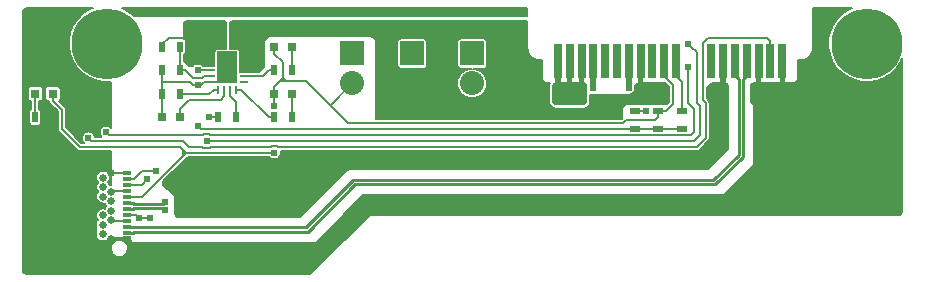
<source format=gtl>
G04 #@! TF.FileFunction,Copper,L1,Top,Signal*
%FSLAX46Y46*%
G04 Gerber Fmt 4.6, Leading zero omitted, Abs format (unit mm)*
G04 Created by KiCad (PCBNEW 4.0.7) date Thursday, January 18, 2018 'PMt' 01:36:02 PM*
%MOMM*%
%LPD*%
G01*
G04 APERTURE LIST*
%ADD10C,0.100000*%
%ADD11R,0.800000X0.750000*%
%ADD12R,0.797560X0.797560*%
%ADD13R,2.032000X2.032000*%
%ADD14O,2.032000X2.032000*%
%ADD15R,0.900000X0.500000*%
%ADD16R,0.500000X0.900000*%
%ADD17R,0.700000X0.250000*%
%ADD18R,0.250000X0.700000*%
%ADD19R,0.825000X1.325000*%
%ADD20C,6.000000*%
%ADD21C,1.204800*%
%ADD22R,0.700000X0.300000*%
%ADD23C,0.672800*%
%ADD24R,0.700000X3.000000*%
%ADD25C,0.609600*%
%ADD26C,0.203200*%
%ADD27C,0.500000*%
%ADD28C,0.236000*%
G04 APERTURE END LIST*
D10*
D11*
X13750000Y13750000D03*
X12250000Y13750000D03*
D12*
X2999300Y15750000D03*
X1500700Y15750000D03*
X21750700Y15750000D03*
X23249300Y15750000D03*
X21750700Y19750000D03*
X23249300Y19750000D03*
D13*
X38490000Y19160000D03*
D14*
X38490000Y16620000D03*
D13*
X33410000Y19160000D03*
D14*
X33410000Y16620000D03*
D13*
X28330000Y19160000D03*
D14*
X28330000Y16620000D03*
D15*
X54250000Y14250000D03*
X54250000Y12750000D03*
X52250000Y12750000D03*
X52250000Y14250000D03*
X56250000Y14250000D03*
X56250000Y12750000D03*
D16*
X1500000Y13750000D03*
X3000000Y13750000D03*
X12250000Y19750000D03*
X13750000Y19750000D03*
X13750000Y17750000D03*
X12250000Y17750000D03*
X13750000Y15750000D03*
X12250000Y15750000D03*
X23250000Y13750000D03*
X21750000Y13750000D03*
X18500000Y13750000D03*
X17000000Y13750000D03*
X23250000Y17750000D03*
X21750000Y17750000D03*
D17*
X19150000Y16750000D03*
X19150000Y17250000D03*
X19150000Y17750000D03*
X19150000Y18250000D03*
X19150000Y18750000D03*
X19150000Y19250000D03*
D18*
X18500000Y19900000D03*
X18000000Y19900000D03*
X17500000Y19900000D03*
X17000000Y19900000D03*
D17*
X16350000Y19250000D03*
X16350000Y18750000D03*
X16350000Y18250000D03*
X16350000Y17750000D03*
X16350000Y17250000D03*
X16350000Y16750000D03*
D18*
X17000000Y16100000D03*
X17500000Y16100000D03*
X18000000Y16100000D03*
X18500000Y16100000D03*
D19*
X17337500Y18662500D03*
X17337500Y17337500D03*
X18162500Y18662500D03*
X18162500Y17337500D03*
D20*
X71900000Y20000000D03*
X7600000Y20000000D03*
D21*
X7360000Y10380000D03*
D22*
X9270000Y9000000D03*
X9270000Y8500000D03*
X9270000Y8000000D03*
X9270000Y7500000D03*
X9270000Y7000000D03*
X9270000Y6500000D03*
X9270000Y6000000D03*
X9270000Y3500000D03*
X9270000Y4500000D03*
X9270000Y5000000D03*
X9270000Y5500000D03*
X9270000Y4000000D03*
D21*
X7360000Y2120000D03*
X1410000Y1760000D03*
X1410000Y10740000D03*
D23*
X7950000Y3450000D03*
X7250000Y3850000D03*
X7250000Y4650000D03*
X7250000Y5450000D03*
X7950000Y5050000D03*
X7950000Y5850000D03*
X7950000Y6650000D03*
X7950000Y7450000D03*
X7250000Y7050000D03*
X7250000Y7850000D03*
X7250000Y8650000D03*
X7950000Y9050000D03*
D24*
X46750000Y18500000D03*
X47750000Y18500000D03*
X48750000Y18500000D03*
X49750000Y18500000D03*
X50750000Y18500000D03*
X51750000Y18500000D03*
X52750000Y18500000D03*
X53750000Y18500000D03*
X54750000Y18500000D03*
X55750000Y18500000D03*
X58750000Y18500000D03*
X59750000Y18500000D03*
X60750000Y18500000D03*
X61750000Y18500000D03*
X62750000Y18500000D03*
X63750000Y18500000D03*
X45750000Y18500000D03*
X64750000Y18500000D03*
D25*
X750000Y2750000D03*
X750000Y4750000D03*
X750000Y6750000D03*
X750000Y8750000D03*
X69750000Y22750000D03*
X67750000Y22750000D03*
X750000Y12750000D03*
X750000Y14750000D03*
X750000Y16750000D03*
X750000Y18750000D03*
X750000Y20750000D03*
X1250000Y22750000D03*
X3250000Y22750000D03*
X41250000Y22750000D03*
X39250000Y22750000D03*
X37250000Y22750000D03*
X35250000Y22750000D03*
X33250000Y22750000D03*
X31250000Y22750000D03*
X29250000Y22750000D03*
X27250000Y22750000D03*
X25250000Y22750000D03*
X23250000Y22750000D03*
X21250000Y22750000D03*
X19250000Y22750000D03*
X17250000Y22750000D03*
X15250000Y22750000D03*
X13250000Y22750000D03*
X11250000Y22750000D03*
X14500000Y10000000D03*
X21250000Y10000000D03*
X19000000Y10000000D03*
X16750000Y10000000D03*
X48750000Y16250000D03*
X51750000Y16250000D03*
X16250000Y13750000D03*
X15250000Y16500000D03*
X18250000Y17000000D03*
X18250000Y18000000D03*
X18250000Y19000000D03*
X17250000Y19000000D03*
X17250000Y18000000D03*
X17250000Y17000000D03*
X64750000Y10750000D03*
X74500000Y16750000D03*
X74500000Y14750000D03*
X74500000Y12750000D03*
X74500000Y10750000D03*
X74500000Y8750000D03*
X74500000Y6750000D03*
X73750000Y6000000D03*
X71750000Y6000000D03*
X69750000Y6000000D03*
X67750000Y6000000D03*
X65750000Y6000000D03*
X63750000Y6000000D03*
X61750000Y6000000D03*
X59750000Y6000000D03*
X57750000Y6000000D03*
X55750000Y6000000D03*
X53750000Y6000000D03*
X51750000Y6000000D03*
X49750000Y6000000D03*
X47750000Y6000000D03*
X45750000Y6000000D03*
X43750000Y6000000D03*
X41750000Y6000000D03*
X39750000Y6000000D03*
X37750000Y6000000D03*
X35750000Y6000000D03*
X33750000Y6000000D03*
X31750000Y6000000D03*
X29750000Y6000000D03*
X28500000Y4750000D03*
X27250000Y3500000D03*
X26000000Y2250000D03*
X24750000Y1000000D03*
X23250000Y1000000D03*
X21250000Y1000000D03*
X19250000Y1000000D03*
X17250000Y1000000D03*
X15250000Y1000000D03*
X13250000Y1000000D03*
X11250000Y1000000D03*
X9250000Y1000000D03*
X7250000Y1000000D03*
X5250000Y1000000D03*
X3250000Y1000000D03*
X64750000Y15250000D03*
X64750000Y16250000D03*
X58750000Y15250000D03*
X58750000Y16250000D03*
X53250000Y14250000D03*
X62250000Y15250000D03*
X62250000Y16250000D03*
X21750000Y10750000D03*
X21750000Y14750000D03*
X11250000Y5250000D03*
X10250000Y5250000D03*
X45750000Y15250000D03*
X46750000Y15250000D03*
X47750000Y15250000D03*
X45750000Y16250000D03*
X46750000Y16250000D03*
X47750000Y16250000D03*
X14500000Y20500000D03*
X14500000Y21500000D03*
X15500000Y21500000D03*
X15500000Y20500000D03*
X16500000Y21500000D03*
X16500000Y20500000D03*
X7500000Y12500000D03*
X56750000Y18000000D03*
X11750000Y9250000D03*
X15250000Y13000000D03*
X15250000Y17750000D03*
X16000000Y11750000D03*
X11000000Y8500000D03*
X56750000Y20000000D03*
X12500000Y6618300D03*
X12500000Y5881700D03*
X54750000Y15250000D03*
X53750000Y15250000D03*
X54750000Y16250000D03*
X53750000Y16250000D03*
X6000000Y12000000D03*
D26*
X14500000Y15250000D02*
X13750000Y14500000D01*
X13750000Y14500000D02*
X13750000Y13750000D01*
X17203200Y15250000D02*
X14500000Y15250000D01*
X17500000Y16100000D02*
X17500000Y15546800D01*
X17500000Y15546800D02*
X17203200Y15250000D01*
X750000Y6750000D02*
X750000Y8750000D01*
X750000Y4750000D02*
X750000Y6750000D01*
X750000Y2750000D02*
X750000Y4750000D01*
X1410000Y1760000D02*
X1410000Y2090000D01*
X1410000Y2090000D02*
X750000Y2750000D01*
D27*
X51750000Y18500000D02*
X51750000Y16250000D01*
D26*
X67750000Y22750000D02*
X67750000Y16000000D01*
X67750000Y16000000D02*
X67000000Y15250000D01*
X67000000Y15250000D02*
X64750000Y15250000D01*
X69750000Y22750000D02*
X67750000Y22750000D01*
X750000Y12750000D02*
X3000000Y12750000D01*
X3000000Y12750000D02*
X3000000Y13750000D01*
X1250000Y22750000D02*
X3250000Y22750000D01*
X750000Y20750000D02*
X750000Y22250000D01*
X750000Y22250000D02*
X1250000Y22750000D01*
X750000Y18750000D02*
X750000Y20750000D01*
X750000Y16750000D02*
X750000Y18750000D01*
X750000Y14750000D02*
X750000Y16750000D01*
X750000Y12750000D02*
X750000Y14750000D01*
X39250000Y22750000D02*
X41250000Y22750000D01*
X37250000Y22750000D02*
X39250000Y22750000D01*
X35250000Y22750000D02*
X37250000Y22750000D01*
X33250000Y22750000D02*
X35250000Y22750000D01*
X31250000Y22750000D02*
X33250000Y22750000D01*
X29250000Y22750000D02*
X31250000Y22750000D01*
X27250000Y22750000D02*
X29250000Y22750000D01*
X25250000Y22750000D02*
X27250000Y22750000D01*
X23250000Y22750000D02*
X25250000Y22750000D01*
X21250000Y22750000D02*
X23250000Y22750000D01*
X19250000Y22750000D02*
X21250000Y22750000D01*
X17250000Y22750000D02*
X19250000Y22750000D01*
X15250000Y22750000D02*
X17250000Y22750000D01*
X13250000Y22750000D02*
X15250000Y22750000D01*
X11250000Y22750000D02*
X13250000Y22750000D01*
X16750000Y10000000D02*
X14500000Y10000000D01*
X19000000Y10000000D02*
X16750000Y10000000D01*
X21250000Y10000000D02*
X19000000Y10000000D01*
D27*
X48750000Y18500000D02*
X48750000Y16250000D01*
D26*
X17000000Y13750000D02*
X16250000Y13750000D01*
X9270000Y3500000D02*
X8000000Y3500000D01*
X8000000Y3500000D02*
X7950000Y3450000D01*
X9270000Y9000000D02*
X8000000Y9000000D01*
X8000000Y9000000D02*
X7950000Y9050000D01*
X14568948Y16750000D02*
X12250000Y16750000D01*
X12250000Y15750000D02*
X12250000Y13750000D01*
X15250000Y16500000D02*
X14818948Y16500000D01*
X14818948Y16500000D02*
X14568948Y16750000D01*
X15546800Y16500000D02*
X15250000Y16500000D01*
X16350000Y16750000D02*
X15796800Y16750000D01*
X15796800Y16750000D02*
X15546800Y16500000D01*
X18162500Y17337500D02*
X18162500Y17087500D01*
X18162500Y17087500D02*
X18250000Y17000000D01*
X18162500Y17337500D02*
X18162500Y17912500D01*
X18162500Y17912500D02*
X18250000Y18000000D01*
X18162500Y18662500D02*
X18162500Y18087500D01*
X18162500Y18087500D02*
X18250000Y18000000D01*
X18162500Y18662500D02*
X18162500Y18912500D01*
X18162500Y18912500D02*
X18250000Y19000000D01*
X17337500Y18662500D02*
X17337500Y18912500D01*
X17337500Y18912500D02*
X17250000Y19000000D01*
X17337500Y18662500D02*
X17337500Y18087500D01*
X17337500Y18087500D02*
X17250000Y18000000D01*
X17337500Y17337500D02*
X17337500Y17912500D01*
X17337500Y17912500D02*
X17250000Y18000000D01*
X17337500Y17337500D02*
X17337500Y17087500D01*
X17337500Y17087500D02*
X17250000Y17000000D01*
X16350000Y16750000D02*
X17000000Y16750000D01*
X17000000Y16750000D02*
X17250000Y17000000D01*
X59750000Y18500000D02*
X59750000Y16796800D01*
X59750000Y16796800D02*
X59203200Y16250000D01*
X59203200Y16250000D02*
X59181052Y16250000D01*
X59181052Y16250000D02*
X58750000Y16250000D01*
X12250000Y16750000D02*
X12250000Y17750000D01*
X12250000Y15750000D02*
X12250000Y16750000D01*
X64750000Y18500000D02*
X64750000Y16250000D01*
X62750000Y18500000D02*
X62750000Y16750000D01*
X62750000Y16750000D02*
X62250000Y16250000D01*
X52250000Y14250000D02*
X53250000Y14250000D01*
X14000000Y11000000D02*
X13750000Y11250000D01*
X13750000Y11250000D02*
X5250000Y11250000D01*
X5250000Y11250000D02*
X3750000Y12750000D01*
X3750000Y12750000D02*
X3750000Y14397320D01*
X3750000Y14397320D02*
X2999300Y15148020D01*
X2999300Y15148020D02*
X2999300Y15750000D01*
X14000000Y10500000D02*
X10500000Y7000000D01*
X10500000Y7000000D02*
X9270000Y7000000D01*
X14250000Y10750000D02*
X14000000Y11000000D01*
X14000000Y11000000D02*
X14000000Y10500000D01*
X14000000Y10500000D02*
X14250000Y10750000D01*
X24398720Y16851280D02*
X26500000Y14750000D01*
X26500000Y14750000D02*
X28000000Y13250000D01*
X28330000Y16620000D02*
X26500000Y14790000D01*
X26500000Y14790000D02*
X26500000Y14750000D01*
X22500000Y16851280D02*
X22750000Y16851280D01*
X22750000Y16851280D02*
X24398720Y16851280D01*
X22500000Y17101280D02*
X22750000Y16851280D01*
X22250000Y16851280D02*
X22500000Y16851280D01*
X22500000Y17101280D02*
X22500000Y16851280D01*
X28000000Y13250000D02*
X51250000Y13250000D01*
X51500000Y13500000D02*
X53953200Y13500000D01*
X51250000Y13250000D02*
X51500000Y13500000D01*
X53953200Y13500000D02*
X54250000Y13796800D01*
X54250000Y13796800D02*
X54250000Y14250000D01*
X22250000Y16851280D02*
X21750700Y16351980D01*
X22500000Y17101280D02*
X22250000Y16851280D01*
X22500000Y18398720D02*
X22500000Y17101280D01*
X21750700Y16351980D02*
X21750700Y15750000D01*
X21750700Y19750000D02*
X21750700Y19148020D01*
X21750700Y19148020D02*
X22500000Y18398720D01*
X14250000Y10750000D02*
X21750000Y10750000D01*
X21750700Y15750000D02*
X21750700Y14750700D01*
X54750000Y18500000D02*
X54750000Y17238518D01*
X54750000Y17238518D02*
X55500000Y16488518D01*
X55500000Y16488518D02*
X55500000Y14846800D01*
X55500000Y14846800D02*
X54903200Y14250000D01*
X54903200Y14250000D02*
X54250000Y14250000D01*
X1500000Y13750000D02*
X1500000Y15749300D01*
X1500000Y15749300D02*
X1500700Y15750000D01*
X23249300Y15750000D02*
X23249300Y13750700D01*
X23249300Y13750700D02*
X23250000Y13750000D01*
X23250000Y17750000D02*
X23250000Y19749300D01*
X23250000Y19749300D02*
X23249300Y19750000D01*
X10250000Y5250000D02*
X11250000Y5250000D01*
X9270000Y5500000D02*
X10000000Y5500000D01*
X10000000Y5500000D02*
X10250000Y5250000D01*
X45750000Y16250000D02*
X45750000Y15250000D01*
X46750000Y16250000D02*
X46750000Y15250000D01*
X47750000Y16250000D02*
X47750000Y15250000D01*
X45750000Y18500000D02*
X45750000Y16250000D01*
X46750000Y18500000D02*
X46750000Y16250000D01*
X47750000Y18500000D02*
X47750000Y16250000D01*
X15500000Y20500000D02*
X16500000Y20500000D01*
X14500000Y20500000D02*
X15500000Y20500000D01*
X16350000Y19250000D02*
X16350000Y19650000D01*
X16350000Y19650000D02*
X15500000Y20500000D01*
X16600000Y19900000D02*
X16500000Y20000000D01*
X16500000Y20000000D02*
X16500000Y20500000D01*
X17000000Y19900000D02*
X16600000Y19900000D01*
X16500000Y20500000D02*
X16500000Y21500000D01*
X15500000Y20500000D02*
X15500000Y21500000D01*
X14500000Y21500000D02*
X14500000Y20500000D01*
X14500000Y20500000D02*
X12800000Y20500000D01*
X12800000Y20500000D02*
X12250000Y19950000D01*
X12250000Y19950000D02*
X12250000Y19750000D01*
X16350000Y18750000D02*
X16350000Y18250000D01*
X16350000Y19250000D02*
X16350000Y18750000D01*
X17000000Y19900000D02*
X17500000Y19900000D01*
X9270000Y5000000D02*
X8000000Y5000000D01*
X8000000Y5000000D02*
X7950000Y5050000D01*
X9270000Y7500000D02*
X8000000Y7500000D01*
X8000000Y7500000D02*
X7950000Y7450000D01*
X7500000Y12500000D02*
X7750000Y12250000D01*
X7750000Y12250000D02*
X15672974Y12250000D01*
X15672974Y12250000D02*
X15731775Y12308801D01*
X15731775Y12308801D02*
X16268225Y12308801D01*
X16268225Y12308801D02*
X16327026Y12250000D01*
X16327026Y12250000D02*
X51250000Y12250000D01*
X51250000Y12250000D02*
X51254001Y12245999D01*
X56995999Y12245999D02*
X57250000Y12500000D01*
X57250000Y12500000D02*
X57250000Y14500000D01*
X57250000Y14500000D02*
X56750000Y15000000D01*
X51254001Y12245999D02*
X56995999Y12245999D01*
X56750000Y15000000D02*
X56750000Y18000000D01*
X10573200Y9250000D02*
X11750000Y9250000D01*
X9270000Y8500000D02*
X9823200Y8500000D01*
X9823200Y8500000D02*
X10573200Y9250000D01*
X28000000Y12750000D02*
X15500000Y12750000D01*
X15250000Y13000000D02*
X15500000Y12750000D01*
X16350000Y17750000D02*
X15250000Y17750000D01*
X52250000Y12750000D02*
X28000000Y12750000D01*
X54250000Y12750000D02*
X52250000Y12750000D01*
X56250000Y12750000D02*
X54250000Y12750000D01*
X16000000Y11750000D02*
X57250000Y11750000D01*
X57250000Y11750000D02*
X57750000Y12250000D01*
X57500000Y19250000D02*
X57054799Y19695201D01*
X57750000Y12250000D02*
X57750000Y14750000D01*
X57750000Y14750000D02*
X57500000Y15000000D01*
X57500000Y15000000D02*
X57500000Y19250000D01*
X57054799Y19695201D02*
X56750000Y20000000D01*
X9270000Y8000000D02*
X10500000Y8000000D01*
X10500000Y8000000D02*
X11000000Y8500000D01*
D28*
X9863501Y6431499D02*
X12313199Y6431499D01*
X12313199Y6431499D02*
X12500000Y6618300D01*
X9270000Y6500000D02*
X9795000Y6500000D01*
X9795000Y6500000D02*
X9863501Y6431499D01*
X9863501Y6068501D02*
X12313199Y6068501D01*
X12313199Y6068501D02*
X12500000Y5881700D01*
X9270000Y6000000D02*
X9795000Y6000000D01*
X9795000Y6000000D02*
X9863501Y6068501D01*
X9270000Y4500000D02*
X9795000Y4500000D01*
X9795000Y4500000D02*
X9863500Y4431500D01*
X9863500Y4431500D02*
X24424822Y4431500D01*
X24424822Y4431500D02*
X28424822Y8431500D01*
X28424822Y8431500D02*
X58924822Y8431500D01*
X58924822Y8431500D02*
X61068500Y10575178D01*
X60750000Y17350000D02*
X60750000Y18500000D01*
X61068500Y10575178D02*
X61068500Y17031500D01*
X61068500Y17031500D02*
X60750000Y17350000D01*
X61750000Y18500000D02*
X61750000Y17350000D01*
X61750000Y17350000D02*
X61431500Y17031500D01*
X61431500Y10424822D02*
X59075178Y8068500D01*
X28575178Y8068500D02*
X24575178Y4068500D01*
X61431500Y17031500D02*
X61431500Y10424822D01*
X59075178Y8068500D02*
X28575178Y8068500D01*
X24575178Y4068500D02*
X9863500Y4068500D01*
X9863500Y4068500D02*
X9795000Y4000000D01*
X9795000Y4000000D02*
X9270000Y4000000D01*
D26*
X18000000Y19900000D02*
X18500000Y19900000D01*
X52750000Y18500000D02*
X52750000Y16796800D01*
X52750000Y16796800D02*
X53296800Y16250000D01*
X53296800Y16250000D02*
X53318948Y16250000D01*
X53318948Y16250000D02*
X53750000Y16250000D01*
X56250000Y14250000D02*
X56250000Y16750000D01*
X56250000Y16750000D02*
X55750000Y17250000D01*
X55750000Y17250000D02*
X55750000Y18500000D01*
X14203200Y17750000D02*
X13750000Y17750000D01*
X15643600Y17096800D02*
X14856400Y17096800D01*
X15796800Y17250000D02*
X15643600Y17096800D01*
X14856400Y17096800D02*
X14203200Y17750000D01*
X16350000Y17250000D02*
X15796800Y17250000D01*
X13750000Y19750000D02*
X13750000Y17750000D01*
X16600000Y16100000D02*
X16250000Y15750000D01*
X16250000Y15750000D02*
X13750000Y15750000D01*
X17000000Y16100000D02*
X16600000Y16100000D01*
X18900000Y16100000D02*
X21250000Y13750000D01*
X21250000Y13750000D02*
X21750000Y13750000D01*
X18500000Y16100000D02*
X18900000Y16100000D01*
X18500000Y15046800D02*
X18500000Y13750000D01*
X18000000Y16100000D02*
X18000000Y15546800D01*
X18000000Y15546800D02*
X18500000Y15046800D01*
X20750000Y17250000D02*
X21250000Y17750000D01*
X21250000Y17750000D02*
X21750000Y17750000D01*
X19150000Y17250000D02*
X20750000Y17250000D01*
X8827028Y11750000D02*
X6250000Y11750000D01*
X6250000Y11750000D02*
X6000000Y12000000D01*
X63750000Y18500000D02*
X63750000Y20203200D01*
X63750000Y20203200D02*
X63453200Y20500000D01*
X58250000Y15000000D02*
X58250000Y12000000D01*
X58000000Y15250000D02*
X58250000Y15000000D01*
X63453200Y20500000D02*
X58442798Y20500000D01*
X58442798Y20500000D02*
X58000000Y20057202D01*
X58000000Y20057202D02*
X58000000Y15250000D01*
X58250000Y12000000D02*
X57500000Y11250000D01*
X57500000Y11250000D02*
X22077028Y11250000D01*
X16327026Y11250000D02*
X16268225Y11191199D01*
X21422972Y11250000D02*
X16327026Y11250000D01*
X22077028Y11250000D02*
X22018226Y11308802D01*
X14000000Y11750000D02*
X8827028Y11750000D01*
X15731775Y11191199D02*
X15672974Y11250000D01*
X22018226Y11308802D02*
X21481774Y11308802D01*
X21481774Y11308802D02*
X21422972Y11250000D01*
X16268225Y11191199D02*
X15731775Y11191199D01*
X15672974Y11250000D02*
X14500000Y11250000D01*
X14500000Y11250000D02*
X14000000Y11750000D01*
G36*
X45898400Y16750000D02*
X45902422Y16721695D01*
X45914171Y16695631D01*
X45932716Y16673872D01*
X45956589Y16658141D01*
X45983898Y16649684D01*
X46000000Y16648400D01*
X46500000Y16648400D01*
X46528305Y16652422D01*
X46554369Y16664171D01*
X46576128Y16682716D01*
X46591859Y16706589D01*
X46600316Y16733898D01*
X46601600Y16750000D01*
X46601600Y17148400D01*
X46898400Y17148400D01*
X46898400Y16750000D01*
X46902422Y16721695D01*
X46914171Y16695631D01*
X46932716Y16673872D01*
X46956589Y16658141D01*
X46983898Y16649684D01*
X47000000Y16648400D01*
X47500000Y16648400D01*
X47528305Y16652422D01*
X47554369Y16664171D01*
X47576128Y16682716D01*
X47591859Y16706589D01*
X47600316Y16733898D01*
X47601600Y16750000D01*
X47601600Y17148400D01*
X47898400Y17148400D01*
X47898400Y16750000D01*
X47902422Y16721695D01*
X47914171Y16695631D01*
X47928158Y16678158D01*
X48148400Y16457916D01*
X48148400Y15042084D01*
X47957916Y14851600D01*
X45542084Y14851600D01*
X45351600Y15042084D01*
X45351600Y16457916D01*
X45571842Y16678158D01*
X45589012Y16701017D01*
X45599135Y16727755D01*
X45601600Y16750000D01*
X45601600Y17148400D01*
X45898400Y17148400D01*
X45898400Y16750000D01*
X45898400Y16750000D01*
G37*
X45898400Y16750000D02*
X45902422Y16721695D01*
X45914171Y16695631D01*
X45932716Y16673872D01*
X45956589Y16658141D01*
X45983898Y16649684D01*
X46000000Y16648400D01*
X46500000Y16648400D01*
X46528305Y16652422D01*
X46554369Y16664171D01*
X46576128Y16682716D01*
X46591859Y16706589D01*
X46600316Y16733898D01*
X46601600Y16750000D01*
X46601600Y17148400D01*
X46898400Y17148400D01*
X46898400Y16750000D01*
X46902422Y16721695D01*
X46914171Y16695631D01*
X46932716Y16673872D01*
X46956589Y16658141D01*
X46983898Y16649684D01*
X47000000Y16648400D01*
X47500000Y16648400D01*
X47528305Y16652422D01*
X47554369Y16664171D01*
X47576128Y16682716D01*
X47591859Y16706589D01*
X47600316Y16733898D01*
X47601600Y16750000D01*
X47601600Y17148400D01*
X47898400Y17148400D01*
X47898400Y16750000D01*
X47902422Y16721695D01*
X47914171Y16695631D01*
X47928158Y16678158D01*
X48148400Y16457916D01*
X48148400Y15042084D01*
X47957916Y14851600D01*
X45542084Y14851600D01*
X45351600Y15042084D01*
X45351600Y16457916D01*
X45571842Y16678158D01*
X45589012Y16701017D01*
X45599135Y16727755D01*
X45601600Y16750000D01*
X45601600Y17148400D01*
X45898400Y17148400D01*
X45898400Y16750000D01*
G36*
X43166000Y19600000D02*
X43166012Y19599883D01*
X43166012Y19596603D01*
X43166061Y19589622D01*
X43168358Y19567773D01*
X43168358Y19545792D01*
X43169065Y19539070D01*
X43179942Y19442096D01*
X43189059Y19399201D01*
X43197583Y19356153D01*
X43199582Y19349697D01*
X43229088Y19256682D01*
X43246368Y19216366D01*
X43263085Y19175806D01*
X43266299Y19169861D01*
X43313310Y19084348D01*
X43338096Y19048150D01*
X43362371Y19011612D01*
X43366679Y19006405D01*
X43429404Y18931653D01*
X43460752Y18900955D01*
X43491654Y18869836D01*
X43496891Y18865565D01*
X43572941Y18804419D01*
X43609631Y18780410D01*
X43646016Y18755868D01*
X43651983Y18752695D01*
X43738463Y18707485D01*
X43779155Y18691044D01*
X43819572Y18674054D01*
X43826041Y18672101D01*
X43919653Y18644549D01*
X43962707Y18636336D01*
X44005718Y18627507D01*
X44012444Y18626848D01*
X44109626Y18618004D01*
X44153491Y18618310D01*
X44197356Y18618004D01*
X44204082Y18618663D01*
X44301130Y18628863D01*
X44344118Y18637687D01*
X44387192Y18645904D01*
X44393661Y18647857D01*
X44398400Y18649324D01*
X44398400Y17000000D01*
X44402422Y16971695D01*
X44414171Y16945631D01*
X44428158Y16928158D01*
X44678158Y16678158D01*
X44701017Y16660988D01*
X44727755Y16650865D01*
X44750000Y16648400D01*
X45049388Y16648400D01*
X45016012Y16598820D01*
X44996000Y16500000D01*
X44996000Y15000000D01*
X45014669Y14904422D01*
X45070395Y14820395D01*
X45320395Y14570395D01*
X45401180Y14516012D01*
X45500000Y14496000D01*
X48000000Y14496000D01*
X48095578Y14514669D01*
X48179605Y14570395D01*
X48429605Y14820395D01*
X48483988Y14901180D01*
X48504000Y15000000D01*
X48504000Y15648400D01*
X51750000Y15648400D01*
X51778305Y15652422D01*
X51804369Y15664171D01*
X51821842Y15678158D01*
X51842560Y15698876D01*
X51901000Y15709180D01*
X52003170Y15748809D01*
X52095696Y15807529D01*
X52175056Y15883102D01*
X52238225Y15972650D01*
X52282798Y16072762D01*
X52307076Y16179625D01*
X52308824Y16304793D01*
X52290586Y16396902D01*
X52571842Y16678158D01*
X52589012Y16701017D01*
X52599135Y16727755D01*
X52601600Y16750000D01*
X52601600Y17148400D01*
X52898400Y17148400D01*
X52898400Y16750000D01*
X52902422Y16721695D01*
X52914171Y16695631D01*
X52932716Y16673872D01*
X52956589Y16658141D01*
X52983898Y16649684D01*
X53000000Y16648400D01*
X54837224Y16648400D01*
X55144400Y16341224D01*
X55144400Y15038084D01*
X54957916Y14851600D01*
X51500000Y14851600D01*
X51471695Y14847578D01*
X51445631Y14835829D01*
X51428158Y14821842D01*
X51178158Y14571842D01*
X51160988Y14548983D01*
X51150865Y14522245D01*
X51148400Y14500000D01*
X51148400Y13651294D01*
X51102706Y13605600D01*
X30351600Y13605600D01*
X30351600Y16628866D01*
X37213886Y16628866D01*
X37236350Y16382026D01*
X37306332Y16144250D01*
X37421164Y15924595D01*
X37576475Y15731428D01*
X37766347Y15572106D01*
X37983549Y15452698D01*
X38219807Y15377753D01*
X38466123Y15350124D01*
X38483855Y15350000D01*
X38496145Y15350000D01*
X38742823Y15374187D01*
X38980104Y15445827D01*
X39198952Y15562190D01*
X39391030Y15718845D01*
X39549023Y15909825D01*
X39666911Y16127855D01*
X39740206Y16364631D01*
X39766114Y16611134D01*
X39743650Y16857974D01*
X39673668Y17095750D01*
X39558836Y17315405D01*
X39403525Y17508572D01*
X39213653Y17667894D01*
X38996451Y17787302D01*
X38760193Y17862247D01*
X38523719Y17888772D01*
X39506000Y17888772D01*
X39546448Y17891998D01*
X39615053Y17913243D01*
X39675023Y17952761D01*
X39721609Y18007421D01*
X39751123Y18072895D01*
X39761228Y18144000D01*
X39761228Y20176000D01*
X39758002Y20216448D01*
X39736757Y20285053D01*
X39697239Y20345023D01*
X39642579Y20391609D01*
X39577105Y20421123D01*
X39506000Y20431228D01*
X37474000Y20431228D01*
X37433552Y20428002D01*
X37364947Y20406757D01*
X37304977Y20367239D01*
X37258391Y20312579D01*
X37228877Y20247105D01*
X37218772Y20176000D01*
X37218772Y18144000D01*
X37221998Y18103552D01*
X37243243Y18034947D01*
X37282761Y17974977D01*
X37337421Y17928391D01*
X37402895Y17898877D01*
X37474000Y17888772D01*
X38471331Y17888772D01*
X38237177Y17865813D01*
X37999896Y17794173D01*
X37781048Y17677810D01*
X37588970Y17521155D01*
X37430977Y17330175D01*
X37313089Y17112145D01*
X37239794Y16875369D01*
X37213886Y16628866D01*
X30351600Y16628866D01*
X30351600Y20176000D01*
X32138772Y20176000D01*
X32138772Y18144000D01*
X32141998Y18103552D01*
X32163243Y18034947D01*
X32202761Y17974977D01*
X32257421Y17928391D01*
X32322895Y17898877D01*
X32394000Y17888772D01*
X34426000Y17888772D01*
X34466448Y17891998D01*
X34535053Y17913243D01*
X34595023Y17952761D01*
X34641609Y18007421D01*
X34671123Y18072895D01*
X34681228Y18144000D01*
X34681228Y20176000D01*
X34678002Y20216448D01*
X34656757Y20285053D01*
X34617239Y20345023D01*
X34562579Y20391609D01*
X34497105Y20421123D01*
X34426000Y20431228D01*
X32394000Y20431228D01*
X32353552Y20428002D01*
X32284947Y20406757D01*
X32224977Y20367239D01*
X32178391Y20312579D01*
X32148877Y20247105D01*
X32138772Y20176000D01*
X30351600Y20176000D01*
X30351600Y20250000D01*
X30347578Y20278305D01*
X30335829Y20304369D01*
X30321842Y20321842D01*
X30071842Y20571842D01*
X30048983Y20589012D01*
X30022245Y20599135D01*
X30000000Y20601600D01*
X21250000Y20601600D01*
X21221695Y20597578D01*
X21195631Y20585829D01*
X21178158Y20571842D01*
X20928158Y20321842D01*
X20910988Y20298983D01*
X20900865Y20272245D01*
X20898400Y20250000D01*
X20898400Y18042084D01*
X20461916Y17605600D01*
X19603323Y17605600D01*
X19571105Y17620123D01*
X19500000Y17630228D01*
X18830228Y17630228D01*
X18830228Y19325000D01*
X18827002Y19365448D01*
X18805757Y19434053D01*
X18766239Y19494023D01*
X18711579Y19540609D01*
X18646105Y19570123D01*
X18575000Y19580228D01*
X18004000Y19580228D01*
X18004000Y21710316D01*
X18192084Y21898400D01*
X43166000Y21898400D01*
X43166000Y19600000D01*
X43166000Y19600000D01*
G37*
X43166000Y19600000D02*
X43166012Y19599883D01*
X43166012Y19596603D01*
X43166061Y19589622D01*
X43168358Y19567773D01*
X43168358Y19545792D01*
X43169065Y19539070D01*
X43179942Y19442096D01*
X43189059Y19399201D01*
X43197583Y19356153D01*
X43199582Y19349697D01*
X43229088Y19256682D01*
X43246368Y19216366D01*
X43263085Y19175806D01*
X43266299Y19169861D01*
X43313310Y19084348D01*
X43338096Y19048150D01*
X43362371Y19011612D01*
X43366679Y19006405D01*
X43429404Y18931653D01*
X43460752Y18900955D01*
X43491654Y18869836D01*
X43496891Y18865565D01*
X43572941Y18804419D01*
X43609631Y18780410D01*
X43646016Y18755868D01*
X43651983Y18752695D01*
X43738463Y18707485D01*
X43779155Y18691044D01*
X43819572Y18674054D01*
X43826041Y18672101D01*
X43919653Y18644549D01*
X43962707Y18636336D01*
X44005718Y18627507D01*
X44012444Y18626848D01*
X44109626Y18618004D01*
X44153491Y18618310D01*
X44197356Y18618004D01*
X44204082Y18618663D01*
X44301130Y18628863D01*
X44344118Y18637687D01*
X44387192Y18645904D01*
X44393661Y18647857D01*
X44398400Y18649324D01*
X44398400Y17000000D01*
X44402422Y16971695D01*
X44414171Y16945631D01*
X44428158Y16928158D01*
X44678158Y16678158D01*
X44701017Y16660988D01*
X44727755Y16650865D01*
X44750000Y16648400D01*
X45049388Y16648400D01*
X45016012Y16598820D01*
X44996000Y16500000D01*
X44996000Y15000000D01*
X45014669Y14904422D01*
X45070395Y14820395D01*
X45320395Y14570395D01*
X45401180Y14516012D01*
X45500000Y14496000D01*
X48000000Y14496000D01*
X48095578Y14514669D01*
X48179605Y14570395D01*
X48429605Y14820395D01*
X48483988Y14901180D01*
X48504000Y15000000D01*
X48504000Y15648400D01*
X51750000Y15648400D01*
X51778305Y15652422D01*
X51804369Y15664171D01*
X51821842Y15678158D01*
X51842560Y15698876D01*
X51901000Y15709180D01*
X52003170Y15748809D01*
X52095696Y15807529D01*
X52175056Y15883102D01*
X52238225Y15972650D01*
X52282798Y16072762D01*
X52307076Y16179625D01*
X52308824Y16304793D01*
X52290586Y16396902D01*
X52571842Y16678158D01*
X52589012Y16701017D01*
X52599135Y16727755D01*
X52601600Y16750000D01*
X52601600Y17148400D01*
X52898400Y17148400D01*
X52898400Y16750000D01*
X52902422Y16721695D01*
X52914171Y16695631D01*
X52932716Y16673872D01*
X52956589Y16658141D01*
X52983898Y16649684D01*
X53000000Y16648400D01*
X54837224Y16648400D01*
X55144400Y16341224D01*
X55144400Y15038084D01*
X54957916Y14851600D01*
X51500000Y14851600D01*
X51471695Y14847578D01*
X51445631Y14835829D01*
X51428158Y14821842D01*
X51178158Y14571842D01*
X51160988Y14548983D01*
X51150865Y14522245D01*
X51148400Y14500000D01*
X51148400Y13651294D01*
X51102706Y13605600D01*
X30351600Y13605600D01*
X30351600Y16628866D01*
X37213886Y16628866D01*
X37236350Y16382026D01*
X37306332Y16144250D01*
X37421164Y15924595D01*
X37576475Y15731428D01*
X37766347Y15572106D01*
X37983549Y15452698D01*
X38219807Y15377753D01*
X38466123Y15350124D01*
X38483855Y15350000D01*
X38496145Y15350000D01*
X38742823Y15374187D01*
X38980104Y15445827D01*
X39198952Y15562190D01*
X39391030Y15718845D01*
X39549023Y15909825D01*
X39666911Y16127855D01*
X39740206Y16364631D01*
X39766114Y16611134D01*
X39743650Y16857974D01*
X39673668Y17095750D01*
X39558836Y17315405D01*
X39403525Y17508572D01*
X39213653Y17667894D01*
X38996451Y17787302D01*
X38760193Y17862247D01*
X38523719Y17888772D01*
X39506000Y17888772D01*
X39546448Y17891998D01*
X39615053Y17913243D01*
X39675023Y17952761D01*
X39721609Y18007421D01*
X39751123Y18072895D01*
X39761228Y18144000D01*
X39761228Y20176000D01*
X39758002Y20216448D01*
X39736757Y20285053D01*
X39697239Y20345023D01*
X39642579Y20391609D01*
X39577105Y20421123D01*
X39506000Y20431228D01*
X37474000Y20431228D01*
X37433552Y20428002D01*
X37364947Y20406757D01*
X37304977Y20367239D01*
X37258391Y20312579D01*
X37228877Y20247105D01*
X37218772Y20176000D01*
X37218772Y18144000D01*
X37221998Y18103552D01*
X37243243Y18034947D01*
X37282761Y17974977D01*
X37337421Y17928391D01*
X37402895Y17898877D01*
X37474000Y17888772D01*
X38471331Y17888772D01*
X38237177Y17865813D01*
X37999896Y17794173D01*
X37781048Y17677810D01*
X37588970Y17521155D01*
X37430977Y17330175D01*
X37313089Y17112145D01*
X37239794Y16875369D01*
X37213886Y16628866D01*
X30351600Y16628866D01*
X30351600Y20176000D01*
X32138772Y20176000D01*
X32138772Y18144000D01*
X32141998Y18103552D01*
X32163243Y18034947D01*
X32202761Y17974977D01*
X32257421Y17928391D01*
X32322895Y17898877D01*
X32394000Y17888772D01*
X34426000Y17888772D01*
X34466448Y17891998D01*
X34535053Y17913243D01*
X34595023Y17952761D01*
X34641609Y18007421D01*
X34671123Y18072895D01*
X34681228Y18144000D01*
X34681228Y20176000D01*
X34678002Y20216448D01*
X34656757Y20285053D01*
X34617239Y20345023D01*
X34562579Y20391609D01*
X34497105Y20421123D01*
X34426000Y20431228D01*
X32394000Y20431228D01*
X32353552Y20428002D01*
X32284947Y20406757D01*
X32224977Y20367239D01*
X32178391Y20312579D01*
X32148877Y20247105D01*
X32138772Y20176000D01*
X30351600Y20176000D01*
X30351600Y20250000D01*
X30347578Y20278305D01*
X30335829Y20304369D01*
X30321842Y20321842D01*
X30071842Y20571842D01*
X30048983Y20589012D01*
X30022245Y20599135D01*
X30000000Y20601600D01*
X21250000Y20601600D01*
X21221695Y20597578D01*
X21195631Y20585829D01*
X21178158Y20571842D01*
X20928158Y20321842D01*
X20910988Y20298983D01*
X20900865Y20272245D01*
X20898400Y20250000D01*
X20898400Y18042084D01*
X20461916Y17605600D01*
X19603323Y17605600D01*
X19571105Y17620123D01*
X19500000Y17630228D01*
X18830228Y17630228D01*
X18830228Y19325000D01*
X18827002Y19365448D01*
X18805757Y19434053D01*
X18766239Y19494023D01*
X18711579Y19540609D01*
X18646105Y19570123D01*
X18575000Y19580228D01*
X18004000Y19580228D01*
X18004000Y21710316D01*
X18192084Y21898400D01*
X43166000Y21898400D01*
X43166000Y19600000D01*
G36*
X6085140Y22897660D02*
X5551165Y22548236D01*
X5095230Y22101752D01*
X4734701Y21575212D01*
X4483310Y20988672D01*
X4350632Y20364475D01*
X4341722Y19726395D01*
X4456919Y19098736D01*
X4691835Y18505406D01*
X5037522Y17969005D01*
X5480813Y17509964D01*
X6004823Y17145767D01*
X6589593Y16890288D01*
X7212849Y16753256D01*
X7850852Y16739892D01*
X7898400Y16748276D01*
X7898400Y12891878D01*
X7857916Y12932646D01*
X7767065Y12993926D01*
X7666041Y13036393D01*
X7558693Y13058428D01*
X7449109Y13059193D01*
X7341464Y13038659D01*
X7239857Y12997607D01*
X7148159Y12937601D01*
X7069863Y12860928D01*
X7007950Y12770507D01*
X6964780Y12669782D01*
X6941995Y12562590D01*
X6940465Y12453015D01*
X6960248Y12345229D01*
X7000589Y12243338D01*
X7059953Y12151223D01*
X7104010Y12105600D01*
X6548764Y12105600D01*
X6537539Y12162293D01*
X6495779Y12263610D01*
X6435134Y12354887D01*
X6357916Y12432646D01*
X6267065Y12493926D01*
X6166041Y12536393D01*
X6058693Y12558428D01*
X5949109Y12559193D01*
X5841464Y12538659D01*
X5739857Y12497607D01*
X5648159Y12437601D01*
X5569863Y12360928D01*
X5507950Y12270507D01*
X5464780Y12169782D01*
X5441995Y12062590D01*
X5440465Y11953015D01*
X5460248Y11845229D01*
X5500589Y11743338D01*
X5559953Y11651223D01*
X5604010Y11605600D01*
X5397294Y11605600D01*
X4105600Y12897294D01*
X4105600Y14397320D01*
X4102387Y14430092D01*
X4099531Y14462733D01*
X4099011Y14464523D01*
X4098828Y14466390D01*
X4089319Y14497884D01*
X4080170Y14529379D01*
X4079309Y14531039D01*
X4078769Y14532829D01*
X4063344Y14561839D01*
X4048231Y14590994D01*
X4047065Y14592454D01*
X4046187Y14594106D01*
X4025421Y14619568D01*
X4004933Y14645232D01*
X4002367Y14647834D01*
X4002323Y14647888D01*
X4002273Y14647929D01*
X4001447Y14648767D01*
X3520767Y15129447D01*
X3567103Y15159981D01*
X3613689Y15214641D01*
X3643203Y15280115D01*
X3653308Y15351220D01*
X3653308Y16148780D01*
X3650082Y16189228D01*
X3628837Y16257833D01*
X3589319Y16317803D01*
X3534659Y16364389D01*
X3469185Y16393903D01*
X3398080Y16404008D01*
X2600520Y16404008D01*
X2560072Y16400782D01*
X2491467Y16379537D01*
X2431497Y16340019D01*
X2384911Y16285359D01*
X2355397Y16219885D01*
X2345292Y16148780D01*
X2345292Y15351220D01*
X2348518Y15310772D01*
X2369763Y15242167D01*
X2409281Y15182197D01*
X2463941Y15135611D01*
X2529415Y15106097D01*
X2600520Y15095992D01*
X2648598Y15095992D01*
X2649769Y15082607D01*
X2650289Y15080817D01*
X2650472Y15078950D01*
X2659981Y15047456D01*
X2669130Y15015961D01*
X2669991Y15014301D01*
X2670531Y15012511D01*
X2685956Y14983501D01*
X2701069Y14954346D01*
X2702235Y14952886D01*
X2703113Y14951234D01*
X2723879Y14925772D01*
X2744367Y14900108D01*
X2746933Y14897506D01*
X2746977Y14897452D01*
X2747027Y14897411D01*
X2747853Y14896573D01*
X3394400Y14250026D01*
X3394400Y12750000D01*
X3397613Y12717228D01*
X3400469Y12684587D01*
X3400989Y12682797D01*
X3401172Y12680930D01*
X3410681Y12649436D01*
X3419830Y12617941D01*
X3420691Y12616281D01*
X3421231Y12614491D01*
X3436656Y12585481D01*
X3451769Y12556326D01*
X3452935Y12554866D01*
X3453813Y12553214D01*
X3474579Y12527752D01*
X3495067Y12502088D01*
X3497633Y12499486D01*
X3497677Y12499432D01*
X3497727Y12499391D01*
X3498553Y12498553D01*
X4998553Y10998553D01*
X5023966Y10977678D01*
X5049098Y10956590D01*
X5050734Y10955691D01*
X5052181Y10954502D01*
X5081153Y10938967D01*
X5109914Y10923155D01*
X5111696Y10922590D01*
X5113344Y10921706D01*
X5144764Y10912100D01*
X5176067Y10902171D01*
X5177925Y10901963D01*
X5179713Y10901416D01*
X5212364Y10898100D01*
X5245035Y10894435D01*
X5248698Y10894409D01*
X5248759Y10894403D01*
X5248816Y10894408D01*
X5250000Y10894400D01*
X7898400Y10894400D01*
X7898400Y8040800D01*
X7896232Y8040815D01*
X7816251Y8025558D01*
X7773815Y8128517D01*
X7709741Y8224956D01*
X7685478Y8249389D01*
X7699093Y8262354D01*
X7765834Y8356966D01*
X7812927Y8462739D01*
X7838579Y8575645D01*
X7840426Y8707892D01*
X7817936Y8821470D01*
X7773815Y8928517D01*
X7709741Y9024956D01*
X7628156Y9107112D01*
X7532167Y9171858D01*
X7425431Y9216726D01*
X7312012Y9240007D01*
X7196232Y9240815D01*
X7082499Y9219120D01*
X6975146Y9175746D01*
X6878263Y9112348D01*
X6795539Y9031338D01*
X6730125Y8935804D01*
X6684513Y8829383D01*
X6660440Y8716130D01*
X6658824Y8600358D01*
X6679725Y8486476D01*
X6722348Y8378823D01*
X6785068Y8281500D01*
X6815054Y8250449D01*
X6795539Y8231338D01*
X6730125Y8135804D01*
X6684513Y8029383D01*
X6660440Y7916130D01*
X6658824Y7800358D01*
X6679725Y7686476D01*
X6722348Y7578823D01*
X6785068Y7481500D01*
X6815054Y7450449D01*
X6795539Y7431338D01*
X6730125Y7335804D01*
X6684513Y7229383D01*
X6660440Y7116130D01*
X6658824Y7000358D01*
X6679725Y6886476D01*
X6722348Y6778823D01*
X6785068Y6681500D01*
X6865498Y6598212D01*
X6960574Y6532133D01*
X7066674Y6485779D01*
X7179756Y6460916D01*
X7295514Y6458491D01*
X7384587Y6474197D01*
X7422348Y6378823D01*
X7485068Y6281500D01*
X7515054Y6250449D01*
X7495539Y6231338D01*
X7430125Y6135804D01*
X7384513Y6029383D01*
X7383646Y6025303D01*
X7312012Y6040007D01*
X7196232Y6040815D01*
X7082499Y6019120D01*
X6975146Y5975746D01*
X6878263Y5912348D01*
X6795539Y5831338D01*
X6730125Y5735804D01*
X6684513Y5629383D01*
X6660440Y5516130D01*
X6658824Y5400358D01*
X6679725Y5286476D01*
X6722348Y5178823D01*
X6785068Y5081500D01*
X6786418Y5080102D01*
X6678158Y4971842D01*
X6656405Y4939528D01*
X6648400Y4900000D01*
X6648400Y3600000D01*
X6655868Y3561769D01*
X6678158Y3528158D01*
X6928158Y3278158D01*
X6960472Y3256405D01*
X7000000Y3248400D01*
X7500000Y3248400D01*
X7538231Y3255868D01*
X7571842Y3278158D01*
X7692084Y3398400D01*
X9457916Y3398400D01*
X9678158Y3178158D01*
X9701017Y3160988D01*
X9727755Y3150865D01*
X9750000Y3148400D01*
X25250000Y3148400D01*
X25278305Y3152422D01*
X25304369Y3164171D01*
X25321842Y3178158D01*
X29292084Y7148400D01*
X59750000Y7148400D01*
X59778305Y7152422D01*
X59804369Y7164171D01*
X59821842Y7178158D01*
X62321842Y9678158D01*
X62339012Y9701017D01*
X62349135Y9727755D01*
X62351600Y9750000D01*
X62351600Y14750000D01*
X62347578Y14778305D01*
X62335829Y14804369D01*
X62321842Y14821842D01*
X62101600Y15042084D01*
X62101600Y16457916D01*
X62292084Y16648400D01*
X62500000Y16648400D01*
X62528305Y16652422D01*
X62554369Y16664171D01*
X62576128Y16682716D01*
X62591859Y16706589D01*
X62600316Y16733898D01*
X62601600Y16750000D01*
X62601600Y17148400D01*
X62898400Y17148400D01*
X62898400Y16750000D01*
X62902422Y16721695D01*
X62914171Y16695631D01*
X62932716Y16673872D01*
X62956589Y16658141D01*
X62983898Y16649684D01*
X63000000Y16648400D01*
X64500000Y16648400D01*
X64528305Y16652422D01*
X64554369Y16664171D01*
X64576128Y16682716D01*
X64591859Y16706589D01*
X64600316Y16733898D01*
X64601600Y16750000D01*
X64601600Y17148400D01*
X64898400Y17148400D01*
X64898400Y16750000D01*
X64902422Y16721695D01*
X64914171Y16695631D01*
X64932716Y16673872D01*
X64956589Y16658141D01*
X64983898Y16649684D01*
X65000000Y16648400D01*
X65750000Y16648400D01*
X65778305Y16652422D01*
X65804369Y16664171D01*
X65821842Y16678158D01*
X66071842Y16928158D01*
X66089012Y16951017D01*
X66099135Y16977755D01*
X66101600Y17000000D01*
X66101600Y18649862D01*
X66119653Y18644549D01*
X66162707Y18636336D01*
X66205718Y18627507D01*
X66212444Y18626848D01*
X66309626Y18618004D01*
X66353491Y18618310D01*
X66397356Y18618004D01*
X66404082Y18618663D01*
X66501130Y18628863D01*
X66544118Y18637687D01*
X66587192Y18645904D01*
X66593661Y18647857D01*
X66686880Y18676713D01*
X66727300Y18693704D01*
X66767995Y18710146D01*
X66773962Y18713319D01*
X66859800Y18759732D01*
X66896159Y18784257D01*
X66932873Y18808282D01*
X66938110Y18812553D01*
X67013299Y18874755D01*
X67044197Y18905870D01*
X67075548Y18936570D01*
X67079856Y18941778D01*
X67141532Y19017399D01*
X67165797Y19053921D01*
X67190595Y19090137D01*
X67193809Y19096082D01*
X67239621Y19182243D01*
X67256338Y19222802D01*
X67273617Y19263116D01*
X67275615Y19269572D01*
X67303820Y19362990D01*
X67312341Y19406022D01*
X67321462Y19448934D01*
X67322168Y19455655D01*
X67331690Y19552772D01*
X67331690Y19573068D01*
X67333953Y19593242D01*
X67334000Y19600000D01*
X67334000Y23016000D01*
X70678042Y23016000D01*
X70385140Y22897660D01*
X69851165Y22548236D01*
X69395230Y22101752D01*
X69034701Y21575212D01*
X68783310Y20988672D01*
X68650632Y20364475D01*
X68641722Y19726395D01*
X68756919Y19098736D01*
X68991835Y18505406D01*
X69337522Y17969005D01*
X69780813Y17509964D01*
X70304823Y17145767D01*
X70889593Y16890288D01*
X71512849Y16753256D01*
X72150852Y16739892D01*
X72779299Y16850704D01*
X73374255Y17081472D01*
X73913056Y17423406D01*
X74375181Y17863481D01*
X74743027Y18384936D01*
X74916000Y18773440D01*
X74916000Y5700480D01*
X74699520Y5484000D01*
X30000000Y5484000D01*
X29955555Y5479642D01*
X29910968Y5475741D01*
X29908521Y5475030D01*
X29905991Y5474782D01*
X29863269Y5461883D01*
X29820258Y5449388D01*
X29817993Y5448214D01*
X29815562Y5447480D01*
X29776088Y5426492D01*
X29736395Y5405916D01*
X29734410Y5404331D01*
X29732158Y5403134D01*
X29697491Y5374860D01*
X29662572Y5346985D01*
X29659025Y5343488D01*
X29658957Y5343432D01*
X29658905Y5343369D01*
X29657760Y5342240D01*
X24799520Y484000D01*
X700480Y484000D01*
X484000Y700480D01*
X484000Y2588704D01*
X7880042Y2588704D01*
X7905850Y2448088D01*
X7958478Y2315163D01*
X8035923Y2194992D01*
X8135235Y2092153D01*
X8252630Y2010561D01*
X8383637Y1953325D01*
X8523266Y1922626D01*
X8666199Y1919632D01*
X8806991Y1944457D01*
X8940280Y1996157D01*
X9060989Y2072761D01*
X9164519Y2171352D01*
X9246929Y2288174D01*
X9305077Y2418779D01*
X9336751Y2558190D01*
X9339031Y2721482D01*
X9311262Y2861724D01*
X9256783Y2993901D01*
X9177668Y3112979D01*
X9076930Y3214422D01*
X8958408Y3294366D01*
X8826614Y3349767D01*
X8686570Y3378514D01*
X8543609Y3379512D01*
X8403177Y3352723D01*
X8270623Y3299168D01*
X8150996Y3220886D01*
X8048852Y3120859D01*
X7968082Y3002898D01*
X7911762Y2871494D01*
X7882038Y2731654D01*
X7880042Y2588704D01*
X484000Y2588704D01*
X484000Y16148780D01*
X846692Y16148780D01*
X846692Y15351220D01*
X849918Y15310772D01*
X871163Y15242167D01*
X910681Y15182197D01*
X965341Y15135611D01*
X1030815Y15106097D01*
X1101920Y15095992D01*
X1144400Y15095992D01*
X1144400Y14431826D01*
X1140947Y14430757D01*
X1080977Y14391239D01*
X1034391Y14336579D01*
X1004877Y14271105D01*
X994772Y14200000D01*
X994772Y13300000D01*
X997998Y13259552D01*
X1019243Y13190947D01*
X1058761Y13130977D01*
X1113421Y13084391D01*
X1178895Y13054877D01*
X1250000Y13044772D01*
X1750000Y13044772D01*
X1790448Y13047998D01*
X1859053Y13069243D01*
X1919023Y13108761D01*
X1965609Y13163421D01*
X1995123Y13228895D01*
X2005228Y13300000D01*
X2005228Y14200000D01*
X2002002Y14240448D01*
X1980757Y14309053D01*
X1941239Y14369023D01*
X1886579Y14415609D01*
X1855600Y14429574D01*
X1855600Y15095992D01*
X1899480Y15095992D01*
X1939928Y15099218D01*
X2008533Y15120463D01*
X2068503Y15159981D01*
X2115089Y15214641D01*
X2144603Y15280115D01*
X2154708Y15351220D01*
X2154708Y16148780D01*
X2151482Y16189228D01*
X2130237Y16257833D01*
X2090719Y16317803D01*
X2036059Y16364389D01*
X1970585Y16393903D01*
X1899480Y16404008D01*
X1101920Y16404008D01*
X1061472Y16400782D01*
X992867Y16379537D01*
X932897Y16340019D01*
X886311Y16285359D01*
X856797Y16219885D01*
X846692Y16148780D01*
X484000Y16148780D01*
X484000Y22799520D01*
X700480Y23016000D01*
X6378042Y23016000D01*
X6085140Y22897660D01*
X6085140Y22897660D01*
G37*
X6085140Y22897660D02*
X5551165Y22548236D01*
X5095230Y22101752D01*
X4734701Y21575212D01*
X4483310Y20988672D01*
X4350632Y20364475D01*
X4341722Y19726395D01*
X4456919Y19098736D01*
X4691835Y18505406D01*
X5037522Y17969005D01*
X5480813Y17509964D01*
X6004823Y17145767D01*
X6589593Y16890288D01*
X7212849Y16753256D01*
X7850852Y16739892D01*
X7898400Y16748276D01*
X7898400Y12891878D01*
X7857916Y12932646D01*
X7767065Y12993926D01*
X7666041Y13036393D01*
X7558693Y13058428D01*
X7449109Y13059193D01*
X7341464Y13038659D01*
X7239857Y12997607D01*
X7148159Y12937601D01*
X7069863Y12860928D01*
X7007950Y12770507D01*
X6964780Y12669782D01*
X6941995Y12562590D01*
X6940465Y12453015D01*
X6960248Y12345229D01*
X7000589Y12243338D01*
X7059953Y12151223D01*
X7104010Y12105600D01*
X6548764Y12105600D01*
X6537539Y12162293D01*
X6495779Y12263610D01*
X6435134Y12354887D01*
X6357916Y12432646D01*
X6267065Y12493926D01*
X6166041Y12536393D01*
X6058693Y12558428D01*
X5949109Y12559193D01*
X5841464Y12538659D01*
X5739857Y12497607D01*
X5648159Y12437601D01*
X5569863Y12360928D01*
X5507950Y12270507D01*
X5464780Y12169782D01*
X5441995Y12062590D01*
X5440465Y11953015D01*
X5460248Y11845229D01*
X5500589Y11743338D01*
X5559953Y11651223D01*
X5604010Y11605600D01*
X5397294Y11605600D01*
X4105600Y12897294D01*
X4105600Y14397320D01*
X4102387Y14430092D01*
X4099531Y14462733D01*
X4099011Y14464523D01*
X4098828Y14466390D01*
X4089319Y14497884D01*
X4080170Y14529379D01*
X4079309Y14531039D01*
X4078769Y14532829D01*
X4063344Y14561839D01*
X4048231Y14590994D01*
X4047065Y14592454D01*
X4046187Y14594106D01*
X4025421Y14619568D01*
X4004933Y14645232D01*
X4002367Y14647834D01*
X4002323Y14647888D01*
X4002273Y14647929D01*
X4001447Y14648767D01*
X3520767Y15129447D01*
X3567103Y15159981D01*
X3613689Y15214641D01*
X3643203Y15280115D01*
X3653308Y15351220D01*
X3653308Y16148780D01*
X3650082Y16189228D01*
X3628837Y16257833D01*
X3589319Y16317803D01*
X3534659Y16364389D01*
X3469185Y16393903D01*
X3398080Y16404008D01*
X2600520Y16404008D01*
X2560072Y16400782D01*
X2491467Y16379537D01*
X2431497Y16340019D01*
X2384911Y16285359D01*
X2355397Y16219885D01*
X2345292Y16148780D01*
X2345292Y15351220D01*
X2348518Y15310772D01*
X2369763Y15242167D01*
X2409281Y15182197D01*
X2463941Y15135611D01*
X2529415Y15106097D01*
X2600520Y15095992D01*
X2648598Y15095992D01*
X2649769Y15082607D01*
X2650289Y15080817D01*
X2650472Y15078950D01*
X2659981Y15047456D01*
X2669130Y15015961D01*
X2669991Y15014301D01*
X2670531Y15012511D01*
X2685956Y14983501D01*
X2701069Y14954346D01*
X2702235Y14952886D01*
X2703113Y14951234D01*
X2723879Y14925772D01*
X2744367Y14900108D01*
X2746933Y14897506D01*
X2746977Y14897452D01*
X2747027Y14897411D01*
X2747853Y14896573D01*
X3394400Y14250026D01*
X3394400Y12750000D01*
X3397613Y12717228D01*
X3400469Y12684587D01*
X3400989Y12682797D01*
X3401172Y12680930D01*
X3410681Y12649436D01*
X3419830Y12617941D01*
X3420691Y12616281D01*
X3421231Y12614491D01*
X3436656Y12585481D01*
X3451769Y12556326D01*
X3452935Y12554866D01*
X3453813Y12553214D01*
X3474579Y12527752D01*
X3495067Y12502088D01*
X3497633Y12499486D01*
X3497677Y12499432D01*
X3497727Y12499391D01*
X3498553Y12498553D01*
X4998553Y10998553D01*
X5023966Y10977678D01*
X5049098Y10956590D01*
X5050734Y10955691D01*
X5052181Y10954502D01*
X5081153Y10938967D01*
X5109914Y10923155D01*
X5111696Y10922590D01*
X5113344Y10921706D01*
X5144764Y10912100D01*
X5176067Y10902171D01*
X5177925Y10901963D01*
X5179713Y10901416D01*
X5212364Y10898100D01*
X5245035Y10894435D01*
X5248698Y10894409D01*
X5248759Y10894403D01*
X5248816Y10894408D01*
X5250000Y10894400D01*
X7898400Y10894400D01*
X7898400Y8040800D01*
X7896232Y8040815D01*
X7816251Y8025558D01*
X7773815Y8128517D01*
X7709741Y8224956D01*
X7685478Y8249389D01*
X7699093Y8262354D01*
X7765834Y8356966D01*
X7812927Y8462739D01*
X7838579Y8575645D01*
X7840426Y8707892D01*
X7817936Y8821470D01*
X7773815Y8928517D01*
X7709741Y9024956D01*
X7628156Y9107112D01*
X7532167Y9171858D01*
X7425431Y9216726D01*
X7312012Y9240007D01*
X7196232Y9240815D01*
X7082499Y9219120D01*
X6975146Y9175746D01*
X6878263Y9112348D01*
X6795539Y9031338D01*
X6730125Y8935804D01*
X6684513Y8829383D01*
X6660440Y8716130D01*
X6658824Y8600358D01*
X6679725Y8486476D01*
X6722348Y8378823D01*
X6785068Y8281500D01*
X6815054Y8250449D01*
X6795539Y8231338D01*
X6730125Y8135804D01*
X6684513Y8029383D01*
X6660440Y7916130D01*
X6658824Y7800358D01*
X6679725Y7686476D01*
X6722348Y7578823D01*
X6785068Y7481500D01*
X6815054Y7450449D01*
X6795539Y7431338D01*
X6730125Y7335804D01*
X6684513Y7229383D01*
X6660440Y7116130D01*
X6658824Y7000358D01*
X6679725Y6886476D01*
X6722348Y6778823D01*
X6785068Y6681500D01*
X6865498Y6598212D01*
X6960574Y6532133D01*
X7066674Y6485779D01*
X7179756Y6460916D01*
X7295514Y6458491D01*
X7384587Y6474197D01*
X7422348Y6378823D01*
X7485068Y6281500D01*
X7515054Y6250449D01*
X7495539Y6231338D01*
X7430125Y6135804D01*
X7384513Y6029383D01*
X7383646Y6025303D01*
X7312012Y6040007D01*
X7196232Y6040815D01*
X7082499Y6019120D01*
X6975146Y5975746D01*
X6878263Y5912348D01*
X6795539Y5831338D01*
X6730125Y5735804D01*
X6684513Y5629383D01*
X6660440Y5516130D01*
X6658824Y5400358D01*
X6679725Y5286476D01*
X6722348Y5178823D01*
X6785068Y5081500D01*
X6786418Y5080102D01*
X6678158Y4971842D01*
X6656405Y4939528D01*
X6648400Y4900000D01*
X6648400Y3600000D01*
X6655868Y3561769D01*
X6678158Y3528158D01*
X6928158Y3278158D01*
X6960472Y3256405D01*
X7000000Y3248400D01*
X7500000Y3248400D01*
X7538231Y3255868D01*
X7571842Y3278158D01*
X7692084Y3398400D01*
X9457916Y3398400D01*
X9678158Y3178158D01*
X9701017Y3160988D01*
X9727755Y3150865D01*
X9750000Y3148400D01*
X25250000Y3148400D01*
X25278305Y3152422D01*
X25304369Y3164171D01*
X25321842Y3178158D01*
X29292084Y7148400D01*
X59750000Y7148400D01*
X59778305Y7152422D01*
X59804369Y7164171D01*
X59821842Y7178158D01*
X62321842Y9678158D01*
X62339012Y9701017D01*
X62349135Y9727755D01*
X62351600Y9750000D01*
X62351600Y14750000D01*
X62347578Y14778305D01*
X62335829Y14804369D01*
X62321842Y14821842D01*
X62101600Y15042084D01*
X62101600Y16457916D01*
X62292084Y16648400D01*
X62500000Y16648400D01*
X62528305Y16652422D01*
X62554369Y16664171D01*
X62576128Y16682716D01*
X62591859Y16706589D01*
X62600316Y16733898D01*
X62601600Y16750000D01*
X62601600Y17148400D01*
X62898400Y17148400D01*
X62898400Y16750000D01*
X62902422Y16721695D01*
X62914171Y16695631D01*
X62932716Y16673872D01*
X62956589Y16658141D01*
X62983898Y16649684D01*
X63000000Y16648400D01*
X64500000Y16648400D01*
X64528305Y16652422D01*
X64554369Y16664171D01*
X64576128Y16682716D01*
X64591859Y16706589D01*
X64600316Y16733898D01*
X64601600Y16750000D01*
X64601600Y17148400D01*
X64898400Y17148400D01*
X64898400Y16750000D01*
X64902422Y16721695D01*
X64914171Y16695631D01*
X64932716Y16673872D01*
X64956589Y16658141D01*
X64983898Y16649684D01*
X65000000Y16648400D01*
X65750000Y16648400D01*
X65778305Y16652422D01*
X65804369Y16664171D01*
X65821842Y16678158D01*
X66071842Y16928158D01*
X66089012Y16951017D01*
X66099135Y16977755D01*
X66101600Y17000000D01*
X66101600Y18649862D01*
X66119653Y18644549D01*
X66162707Y18636336D01*
X66205718Y18627507D01*
X66212444Y18626848D01*
X66309626Y18618004D01*
X66353491Y18618310D01*
X66397356Y18618004D01*
X66404082Y18618663D01*
X66501130Y18628863D01*
X66544118Y18637687D01*
X66587192Y18645904D01*
X66593661Y18647857D01*
X66686880Y18676713D01*
X66727300Y18693704D01*
X66767995Y18710146D01*
X66773962Y18713319D01*
X66859800Y18759732D01*
X66896159Y18784257D01*
X66932873Y18808282D01*
X66938110Y18812553D01*
X67013299Y18874755D01*
X67044197Y18905870D01*
X67075548Y18936570D01*
X67079856Y18941778D01*
X67141532Y19017399D01*
X67165797Y19053921D01*
X67190595Y19090137D01*
X67193809Y19096082D01*
X67239621Y19182243D01*
X67256338Y19222802D01*
X67273617Y19263116D01*
X67275615Y19269572D01*
X67303820Y19362990D01*
X67312341Y19406022D01*
X67321462Y19448934D01*
X67322168Y19455655D01*
X67331690Y19552772D01*
X67331690Y19573068D01*
X67333953Y19593242D01*
X67334000Y19600000D01*
X67334000Y23016000D01*
X70678042Y23016000D01*
X70385140Y22897660D01*
X69851165Y22548236D01*
X69395230Y22101752D01*
X69034701Y21575212D01*
X68783310Y20988672D01*
X68650632Y20364475D01*
X68641722Y19726395D01*
X68756919Y19098736D01*
X68991835Y18505406D01*
X69337522Y17969005D01*
X69780813Y17509964D01*
X70304823Y17145767D01*
X70889593Y16890288D01*
X71512849Y16753256D01*
X72150852Y16739892D01*
X72779299Y16850704D01*
X73374255Y17081472D01*
X73913056Y17423406D01*
X74375181Y17863481D01*
X74743027Y18384936D01*
X74916000Y18773440D01*
X74916000Y5700480D01*
X74699520Y5484000D01*
X30000000Y5484000D01*
X29955555Y5479642D01*
X29910968Y5475741D01*
X29908521Y5475030D01*
X29905991Y5474782D01*
X29863269Y5461883D01*
X29820258Y5449388D01*
X29817993Y5448214D01*
X29815562Y5447480D01*
X29776088Y5426492D01*
X29736395Y5405916D01*
X29734410Y5404331D01*
X29732158Y5403134D01*
X29697491Y5374860D01*
X29662572Y5346985D01*
X29659025Y5343488D01*
X29658957Y5343432D01*
X29658905Y5343369D01*
X29657760Y5342240D01*
X24799520Y484000D01*
X700480Y484000D01*
X484000Y700480D01*
X484000Y2588704D01*
X7880042Y2588704D01*
X7905850Y2448088D01*
X7958478Y2315163D01*
X8035923Y2194992D01*
X8135235Y2092153D01*
X8252630Y2010561D01*
X8383637Y1953325D01*
X8523266Y1922626D01*
X8666199Y1919632D01*
X8806991Y1944457D01*
X8940280Y1996157D01*
X9060989Y2072761D01*
X9164519Y2171352D01*
X9246929Y2288174D01*
X9305077Y2418779D01*
X9336751Y2558190D01*
X9339031Y2721482D01*
X9311262Y2861724D01*
X9256783Y2993901D01*
X9177668Y3112979D01*
X9076930Y3214422D01*
X8958408Y3294366D01*
X8826614Y3349767D01*
X8686570Y3378514D01*
X8543609Y3379512D01*
X8403177Y3352723D01*
X8270623Y3299168D01*
X8150996Y3220886D01*
X8048852Y3120859D01*
X7968082Y3002898D01*
X7911762Y2871494D01*
X7882038Y2731654D01*
X7880042Y2588704D01*
X484000Y2588704D01*
X484000Y16148780D01*
X846692Y16148780D01*
X846692Y15351220D01*
X849918Y15310772D01*
X871163Y15242167D01*
X910681Y15182197D01*
X965341Y15135611D01*
X1030815Y15106097D01*
X1101920Y15095992D01*
X1144400Y15095992D01*
X1144400Y14431826D01*
X1140947Y14430757D01*
X1080977Y14391239D01*
X1034391Y14336579D01*
X1004877Y14271105D01*
X994772Y14200000D01*
X994772Y13300000D01*
X997998Y13259552D01*
X1019243Y13190947D01*
X1058761Y13130977D01*
X1113421Y13084391D01*
X1178895Y13054877D01*
X1250000Y13044772D01*
X1750000Y13044772D01*
X1790448Y13047998D01*
X1859053Y13069243D01*
X1919023Y13108761D01*
X1965609Y13163421D01*
X1995123Y13228895D01*
X2005228Y13300000D01*
X2005228Y14200000D01*
X2002002Y14240448D01*
X1980757Y14309053D01*
X1941239Y14369023D01*
X1886579Y14415609D01*
X1855600Y14429574D01*
X1855600Y15095992D01*
X1899480Y15095992D01*
X1939928Y15099218D01*
X2008533Y15120463D01*
X2068503Y15159981D01*
X2115089Y15214641D01*
X2144603Y15280115D01*
X2154708Y15351220D01*
X2154708Y16148780D01*
X2151482Y16189228D01*
X2130237Y16257833D01*
X2090719Y16317803D01*
X2036059Y16364389D01*
X1970585Y16393903D01*
X1899480Y16404008D01*
X1101920Y16404008D01*
X1061472Y16400782D01*
X992867Y16379537D01*
X932897Y16340019D01*
X886311Y16285359D01*
X856797Y16219885D01*
X846692Y16148780D01*
X484000Y16148780D01*
X484000Y22799520D01*
X700480Y23016000D01*
X6378042Y23016000D01*
X6085140Y22897660D01*
G36*
X43166000Y22351600D02*
X9850829Y22351600D01*
X9684214Y22519382D01*
X9155170Y22876227D01*
X8822663Y23016000D01*
X43166000Y23016000D01*
X43166000Y22351600D01*
X43166000Y22351600D01*
G37*
X43166000Y22351600D02*
X9850829Y22351600D01*
X9684214Y22519382D01*
X9155170Y22876227D01*
X8822663Y23016000D01*
X43166000Y23016000D01*
X43166000Y22351600D01*
G36*
X17648400Y21707916D02*
X17648400Y20362197D01*
X17629877Y20321105D01*
X17619772Y20250000D01*
X17619772Y19580228D01*
X16925000Y19580228D01*
X16884552Y19577002D01*
X16815947Y19555757D01*
X16755977Y19516239D01*
X16709391Y19461579D01*
X16679877Y19396105D01*
X16669772Y19325000D01*
X16669772Y18130228D01*
X16000000Y18130228D01*
X15959552Y18127002D01*
X15890947Y18105757D01*
X15890709Y18105600D01*
X15684426Y18105600D01*
X15607916Y18182646D01*
X15517065Y18243926D01*
X15416041Y18286393D01*
X15308693Y18308428D01*
X15199109Y18309193D01*
X15091464Y18288659D01*
X14989857Y18247607D01*
X14898159Y18187601D01*
X14819863Y18110928D01*
X14813476Y18101600D01*
X14542084Y18101600D01*
X14105600Y18538084D01*
X14105600Y19068174D01*
X14109053Y19069243D01*
X14169023Y19108761D01*
X14215609Y19163421D01*
X14245123Y19228895D01*
X14255228Y19300000D01*
X14255228Y20200000D01*
X14252002Y20240448D01*
X14230757Y20309053D01*
X14191239Y20369023D01*
X14136579Y20415609D01*
X14101600Y20431377D01*
X14101600Y21707916D01*
X14292084Y21898400D01*
X17457916Y21898400D01*
X17648400Y21707916D01*
X17648400Y21707916D01*
G37*
X17648400Y21707916D02*
X17648400Y20362197D01*
X17629877Y20321105D01*
X17619772Y20250000D01*
X17619772Y19580228D01*
X16925000Y19580228D01*
X16884552Y19577002D01*
X16815947Y19555757D01*
X16755977Y19516239D01*
X16709391Y19461579D01*
X16679877Y19396105D01*
X16669772Y19325000D01*
X16669772Y18130228D01*
X16000000Y18130228D01*
X15959552Y18127002D01*
X15890947Y18105757D01*
X15890709Y18105600D01*
X15684426Y18105600D01*
X15607916Y18182646D01*
X15517065Y18243926D01*
X15416041Y18286393D01*
X15308693Y18308428D01*
X15199109Y18309193D01*
X15091464Y18288659D01*
X14989857Y18247607D01*
X14898159Y18187601D01*
X14819863Y18110928D01*
X14813476Y18101600D01*
X14542084Y18101600D01*
X14105600Y18538084D01*
X14105600Y19068174D01*
X14109053Y19069243D01*
X14169023Y19108761D01*
X14215609Y19163421D01*
X14245123Y19228895D01*
X14255228Y19300000D01*
X14255228Y20200000D01*
X14252002Y20240448D01*
X14230757Y20309053D01*
X14191239Y20369023D01*
X14136579Y20415609D01*
X14101600Y20431377D01*
X14101600Y21707916D01*
X14292084Y21898400D01*
X17457916Y21898400D01*
X17648400Y21707916D01*
G36*
X59898400Y16750000D02*
X59902422Y16721695D01*
X59914171Y16695631D01*
X59928158Y16678158D01*
X60148400Y16457916D01*
X60148400Y11042084D01*
X58457916Y9351600D01*
X28000000Y9351600D01*
X27971695Y9347578D01*
X27945631Y9335829D01*
X27928158Y9321842D01*
X23957916Y5351600D01*
X13542084Y5351600D01*
X13351600Y5542084D01*
X13351600Y7000000D01*
X13347578Y7028305D01*
X13335829Y7054369D01*
X13321842Y7071842D01*
X12351600Y8042084D01*
X12351600Y8348706D01*
X14251447Y10248552D01*
X14251452Y10248558D01*
X14397294Y10394400D01*
X21316542Y10394400D01*
X21386078Y10322393D01*
X21476065Y10259851D01*
X21576486Y10215978D01*
X21683516Y10192446D01*
X21793078Y10190151D01*
X21901000Y10209180D01*
X22003170Y10248809D01*
X22095696Y10307529D01*
X22175056Y10383102D01*
X22238225Y10472650D01*
X22282798Y10572762D01*
X22307076Y10679625D01*
X22308824Y10804793D01*
X22291082Y10894400D01*
X57500000Y10894400D01*
X57532772Y10897613D01*
X57565413Y10900469D01*
X57567203Y10900989D01*
X57569070Y10901172D01*
X57600564Y10910681D01*
X57632059Y10919830D01*
X57633719Y10920691D01*
X57635509Y10921231D01*
X57664519Y10936656D01*
X57693674Y10951769D01*
X57695134Y10952935D01*
X57696786Y10953813D01*
X57722248Y10974579D01*
X57747912Y10995067D01*
X57750514Y10997633D01*
X57750568Y10997677D01*
X57750609Y10997727D01*
X57751447Y10998553D01*
X58501447Y11748553D01*
X58522322Y11773966D01*
X58543410Y11799098D01*
X58544309Y11800734D01*
X58545498Y11802181D01*
X58561033Y11831153D01*
X58576845Y11859914D01*
X58577410Y11861696D01*
X58578294Y11863344D01*
X58587900Y11894764D01*
X58597829Y11926067D01*
X58598037Y11927925D01*
X58598584Y11929713D01*
X58601905Y11962409D01*
X58605565Y11995035D01*
X58605591Y11998688D01*
X58605598Y11998759D01*
X58605592Y11998825D01*
X58605600Y12000000D01*
X58605600Y15000000D01*
X58602387Y15032768D01*
X58599531Y15065413D01*
X58599011Y15067203D01*
X58598828Y15069070D01*
X58589319Y15100564D01*
X58580170Y15132059D01*
X58579309Y15133719D01*
X58578769Y15135509D01*
X58563323Y15164558D01*
X58548230Y15193674D01*
X58547067Y15195131D01*
X58546187Y15196786D01*
X58525398Y15222275D01*
X58504933Y15247912D01*
X58502367Y15250514D01*
X58502323Y15250568D01*
X58502273Y15250609D01*
X58501447Y15251447D01*
X58355600Y15397294D01*
X58355600Y16211916D01*
X58792084Y16648400D01*
X59500000Y16648400D01*
X59528305Y16652422D01*
X59554369Y16664171D01*
X59576128Y16682716D01*
X59591859Y16706589D01*
X59600316Y16733898D01*
X59601600Y16750000D01*
X59601600Y17148400D01*
X59898400Y17148400D01*
X59898400Y16750000D01*
X59898400Y16750000D01*
G37*
X59898400Y16750000D02*
X59902422Y16721695D01*
X59914171Y16695631D01*
X59928158Y16678158D01*
X60148400Y16457916D01*
X60148400Y11042084D01*
X58457916Y9351600D01*
X28000000Y9351600D01*
X27971695Y9347578D01*
X27945631Y9335829D01*
X27928158Y9321842D01*
X23957916Y5351600D01*
X13542084Y5351600D01*
X13351600Y5542084D01*
X13351600Y7000000D01*
X13347578Y7028305D01*
X13335829Y7054369D01*
X13321842Y7071842D01*
X12351600Y8042084D01*
X12351600Y8348706D01*
X14251447Y10248552D01*
X14251452Y10248558D01*
X14397294Y10394400D01*
X21316542Y10394400D01*
X21386078Y10322393D01*
X21476065Y10259851D01*
X21576486Y10215978D01*
X21683516Y10192446D01*
X21793078Y10190151D01*
X21901000Y10209180D01*
X22003170Y10248809D01*
X22095696Y10307529D01*
X22175056Y10383102D01*
X22238225Y10472650D01*
X22282798Y10572762D01*
X22307076Y10679625D01*
X22308824Y10804793D01*
X22291082Y10894400D01*
X57500000Y10894400D01*
X57532772Y10897613D01*
X57565413Y10900469D01*
X57567203Y10900989D01*
X57569070Y10901172D01*
X57600564Y10910681D01*
X57632059Y10919830D01*
X57633719Y10920691D01*
X57635509Y10921231D01*
X57664519Y10936656D01*
X57693674Y10951769D01*
X57695134Y10952935D01*
X57696786Y10953813D01*
X57722248Y10974579D01*
X57747912Y10995067D01*
X57750514Y10997633D01*
X57750568Y10997677D01*
X57750609Y10997727D01*
X57751447Y10998553D01*
X58501447Y11748553D01*
X58522322Y11773966D01*
X58543410Y11799098D01*
X58544309Y11800734D01*
X58545498Y11802181D01*
X58561033Y11831153D01*
X58576845Y11859914D01*
X58577410Y11861696D01*
X58578294Y11863344D01*
X58587900Y11894764D01*
X58597829Y11926067D01*
X58598037Y11927925D01*
X58598584Y11929713D01*
X58601905Y11962409D01*
X58605565Y11995035D01*
X58605591Y11998688D01*
X58605598Y11998759D01*
X58605592Y11998825D01*
X58605600Y12000000D01*
X58605600Y15000000D01*
X58602387Y15032768D01*
X58599531Y15065413D01*
X58599011Y15067203D01*
X58598828Y15069070D01*
X58589319Y15100564D01*
X58580170Y15132059D01*
X58579309Y15133719D01*
X58578769Y15135509D01*
X58563323Y15164558D01*
X58548230Y15193674D01*
X58547067Y15195131D01*
X58546187Y15196786D01*
X58525398Y15222275D01*
X58504933Y15247912D01*
X58502367Y15250514D01*
X58502323Y15250568D01*
X58502273Y15250609D01*
X58501447Y15251447D01*
X58355600Y15397294D01*
X58355600Y16211916D01*
X58792084Y16648400D01*
X59500000Y16648400D01*
X59528305Y16652422D01*
X59554369Y16664171D01*
X59576128Y16682716D01*
X59591859Y16706589D01*
X59600316Y16733898D01*
X59601600Y16750000D01*
X59601600Y17148400D01*
X59898400Y17148400D01*
X59898400Y16750000D01*
M02*

</source>
